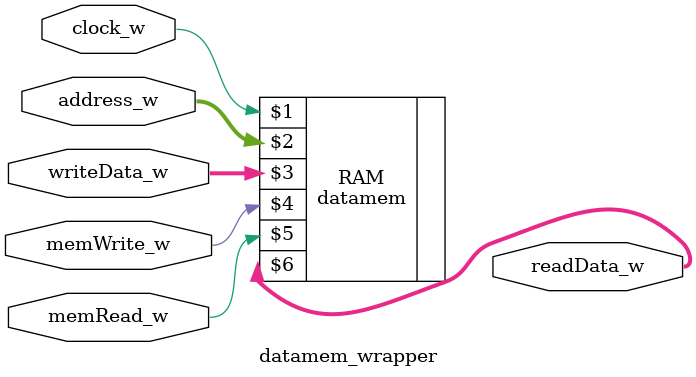
<source format=v>
module datamem_wrapper(
	input clock_w,
	input [31:0] address_w,
	input [31:0] writeData_w,
	input memWrite_w,
	input memRead_w,
	output reg [31:0] readData_w
	);

datamem RAM(
	clock_w,
	address_w,
	writeData_w,
	memWrite_w,
	memRead_w,
	readData_w
	);

endmodule : datamem_wrapper
</source>
